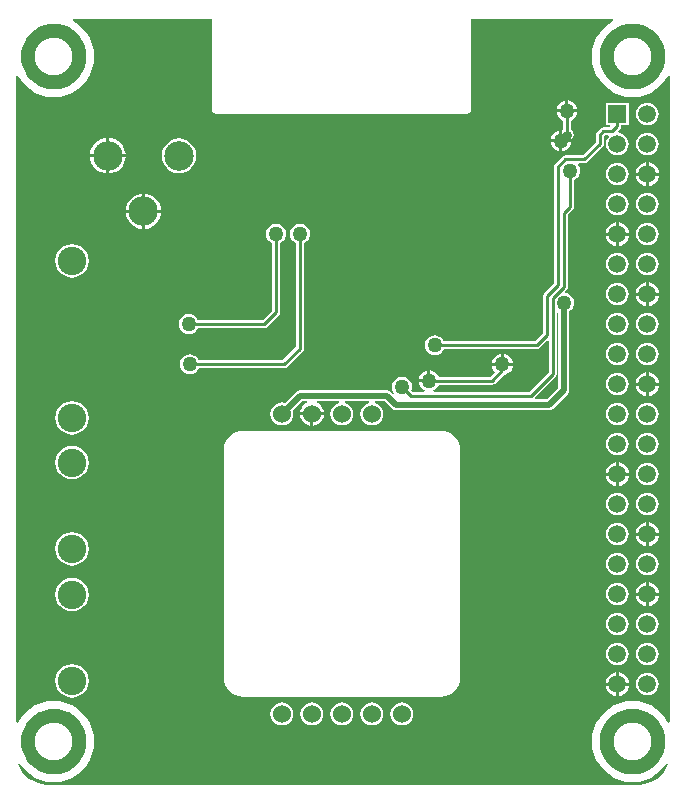
<source format=gbl>
G04 Layer_Physical_Order=2*
G04 Layer_Color=16711680*
%FSTAX25Y25*%
%MOIN*%
G70*
G01*
G75*
%ADD21C,0.01000*%
%ADD22C,0.02000*%
%ADD23C,0.03000*%
%ADD24C,0.09843*%
%ADD25C,0.06000*%
%ADD26C,0.09488*%
%ADD27R,0.05906X0.05906*%
%ADD28C,0.05906*%
%ADD29C,0.05000*%
G36*
X0117609Y0357837D02*
X011927Y0357438D01*
X0120849Y0356784D01*
X0122306Y0355891D01*
X0123605Y0354782D01*
X0124714Y0353483D01*
X0125607Y0352026D01*
X0126261Y0350447D01*
X012666Y0348786D01*
X0126794Y0347083D01*
X012666Y0345379D01*
X0126261Y0343718D01*
X0125607Y034214D01*
X0124714Y0340683D01*
X0123605Y0339384D01*
X0122306Y0338274D01*
X0120849Y0337381D01*
X011927Y0336727D01*
X0117609Y0336328D01*
X0115905Y0336194D01*
X0114202Y0336328D01*
X0112541Y0336727D01*
X0110962Y0337381D01*
X0109505Y0338274D01*
X0108206Y0339384D01*
X0107097Y0340683D01*
X0106204Y034214D01*
X010555Y0343718D01*
X0105151Y0345379D01*
X0105017Y0347083D01*
X0105151Y0348786D01*
X010555Y0350447D01*
X0106204Y0352026D01*
X0107097Y0353483D01*
X0108206Y0354782D01*
X0109505Y0355891D01*
X0110962Y0356784D01*
X0112541Y0357438D01*
X0114202Y0357837D01*
X0115905Y0357971D01*
X0117609Y0357837D01*
D02*
G37*
G36*
X030248Y0359037D02*
X0300856Y0358042D01*
X029924Y0356662D01*
X029786Y0355045D01*
X0296749Y0353233D01*
X0295935Y0351269D01*
X0295439Y0349202D01*
X0295272Y0347083D01*
X0295439Y0344964D01*
X0295935Y0342897D01*
X0296749Y0340933D01*
X029786Y033912D01*
X029924Y0337504D01*
X0300856Y0336123D01*
X0302669Y0335013D01*
X0304633Y0334199D01*
X03067Y0333703D01*
X0308819Y0333536D01*
X0310938Y0333703D01*
X0313005Y0334199D01*
X0314969Y0335013D01*
X0316781Y0336123D01*
X0318398Y0337504D01*
X0319778Y033912D01*
X0320773Y0340743D01*
X0321273Y0340602D01*
Y0125216D01*
X0320773Y0125075D01*
X0319778Y0126699D01*
X0318398Y0128315D01*
X0316781Y0129696D01*
X0314969Y0130806D01*
X0313005Y013162D01*
X0310938Y0132116D01*
X0308819Y0132283D01*
X03067Y0132116D01*
X0304633Y013162D01*
X0302669Y0130806D01*
X0300856Y0129696D01*
X029924Y0128315D01*
X029786Y0126699D01*
X0296749Y0124886D01*
X0295935Y0122922D01*
X0295439Y0120855D01*
X0295272Y0118736D01*
X0295439Y0116617D01*
X0295935Y011455D01*
X0296749Y0112586D01*
X029786Y0110774D01*
X029924Y0109157D01*
X0300856Y0107777D01*
X0302669Y0106666D01*
X0304633Y0105853D01*
X03067Y0105357D01*
X0308819Y010519D01*
X0310938Y0105357D01*
X0313005Y0105853D01*
X0314969Y0106666D01*
X0316781Y0107777D01*
X0318398Y0109157D01*
X0319778Y0110774D01*
X0320159Y0111396D01*
X0320606Y0111168D01*
X0320137Y0110035D01*
X0319277Y0108631D01*
X0318207Y0107379D01*
X0316955Y010631D01*
X0315551Y0105449D01*
X031403Y0104819D01*
X0312429Y0104435D01*
X0311279Y0104344D01*
X0310787Y0104314D01*
X0310787Y0104314D01*
X0310295Y0104314D01*
X0114435D01*
X0114429Y0104314D01*
X0113937Y0104314D01*
X011345Y0104344D01*
X0112295Y0104435D01*
X0110694Y0104819D01*
X0109173Y0105449D01*
X0107769Y010631D01*
X0106517Y0107379D01*
X0105448Y0108631D01*
X0104587Y0110035D01*
X0104118Y0111168D01*
X0104565Y0111396D01*
X0104946Y0110774D01*
X0106327Y0109157D01*
X0107943Y0107777D01*
X0109756Y0106666D01*
X0111719Y0105853D01*
X0113786Y0105357D01*
X0115905Y010519D01*
X0118025Y0105357D01*
X0120092Y0105853D01*
X0122055Y0106666D01*
X0123868Y0107777D01*
X0125484Y0109157D01*
X0126865Y0110774D01*
X0127975Y0112586D01*
X0128789Y011455D01*
X0129285Y0116617D01*
X0129452Y0118736D01*
X0129285Y0120855D01*
X0128789Y0122922D01*
X0127975Y0124886D01*
X0126865Y0126699D01*
X0125484Y0128315D01*
X0123868Y0129696D01*
X0122055Y0130806D01*
X0120092Y013162D01*
X0118025Y0132116D01*
X0115905Y0132283D01*
X0113786Y0132116D01*
X0111719Y013162D01*
X0109756Y0130806D01*
X0107943Y0129696D01*
X0106327Y0128315D01*
X0104946Y0126699D01*
X0103952Y0125075D01*
X0103452Y0125216D01*
Y0340602D01*
X0103952Y0340743D01*
X0104946Y033912D01*
X0106327Y0337504D01*
X0107943Y0336123D01*
X0109756Y0335013D01*
X0111719Y0334199D01*
X0113786Y0333703D01*
X0115905Y0333536D01*
X0118025Y0333703D01*
X0120092Y0334199D01*
X0122055Y0335013D01*
X0123868Y0336123D01*
X0125484Y0337504D01*
X0126865Y033912D01*
X0127975Y0340933D01*
X0128789Y0342897D01*
X0129285Y0344964D01*
X0129452Y0347083D01*
X0129285Y0349202D01*
X0128789Y0351269D01*
X0127975Y0353233D01*
X0126865Y0355045D01*
X0125484Y0356662D01*
X0123868Y0358042D01*
X0122245Y0359037D01*
X0122386Y0359537D01*
X0168714D01*
Y0329366D01*
X0168815Y0328859D01*
X0169102Y0328429D01*
X0169532Y0328142D01*
X0170039Y0328041D01*
X0253701D01*
X0254208Y0328142D01*
X0254638Y0328429D01*
X0254925Y0328859D01*
X0255026Y0329366D01*
Y0359537D01*
X0302339D01*
X030248Y0359037D01*
D02*
G37*
G36*
X0310522Y0357837D02*
X0312184Y0357438D01*
X0313762Y0356784D01*
X0315219Y0355891D01*
X0316518Y0354782D01*
X0317628Y0353483D01*
X031852Y0352026D01*
X0319174Y0350447D01*
X0319573Y0348786D01*
X0319707Y0347083D01*
X0319573Y0345379D01*
X0319174Y0343718D01*
X031852Y034214D01*
X0317628Y0340683D01*
X0316518Y0339384D01*
X0315219Y0338274D01*
X0313762Y0337381D01*
X0312184Y0336727D01*
X0310522Y0336328D01*
X0308819Y0336194D01*
X0307116Y0336328D01*
X0305454Y0336727D01*
X0303876Y0337381D01*
X0302419Y0338274D01*
X030112Y0339384D01*
X030001Y0340683D01*
X0299117Y034214D01*
X0298464Y0343718D01*
X0298065Y0345379D01*
X0297931Y0347083D01*
X0298065Y0348786D01*
X0298464Y0350447D01*
X0299117Y0352026D01*
X030001Y0353483D01*
X030112Y0354782D01*
X0302419Y0355891D01*
X0303876Y0356784D01*
X0305454Y0357438D01*
X0307116Y0357837D01*
X0308819Y0357971D01*
X0310522Y0357837D01*
D02*
G37*
G36*
X0117609Y012949D02*
X011927Y0129092D01*
X0120849Y0128438D01*
X0122306Y0127545D01*
X0123605Y0126435D01*
X0124714Y0125136D01*
X0125607Y0123679D01*
X0126261Y0122101D01*
X012666Y012044D01*
X0126794Y0118736D01*
X012666Y0117033D01*
X0126261Y0115372D01*
X0125607Y0113793D01*
X0124714Y0112336D01*
X0123605Y0111037D01*
X0122306Y0109927D01*
X0120849Y0109035D01*
X011927Y0108381D01*
X0117609Y0107982D01*
X0115905Y0107848D01*
X0114202Y0107982D01*
X0112541Y0108381D01*
X0110962Y0109035D01*
X0109505Y0109927D01*
X0108206Y0111037D01*
X0107097Y0112336D01*
X0106204Y0113793D01*
X010555Y0115372D01*
X0105151Y0117033D01*
X0105017Y0118736D01*
X0105151Y012044D01*
X010555Y0122101D01*
X0106204Y0123679D01*
X0107097Y0125136D01*
X0108206Y0126435D01*
X0109505Y0127545D01*
X0110962Y0128438D01*
X0112541Y0129092D01*
X0114202Y012949D01*
X0115905Y0129624D01*
X0117609Y012949D01*
D02*
G37*
G36*
X0310522D02*
X0312184Y0129092D01*
X0313762Y0128438D01*
X0315219Y0127545D01*
X0316518Y0126435D01*
X0317628Y0125136D01*
X031852Y0123679D01*
X0319174Y0122101D01*
X0319573Y012044D01*
X0319707Y0118736D01*
X0319573Y0117033D01*
X0319174Y0115372D01*
X031852Y0113793D01*
X0317628Y0112336D01*
X0316518Y0111037D01*
X0315219Y0109927D01*
X0313762Y0109035D01*
X0312184Y0108381D01*
X0310522Y0107982D01*
X0308819Y0107848D01*
X0307116Y0107982D01*
X0305454Y0108381D01*
X0303876Y0109035D01*
X0302419Y0109927D01*
X030112Y0111037D01*
X030001Y0112336D01*
X0299117Y0113793D01*
X0298464Y0115372D01*
X0298065Y0117033D01*
X0297931Y0118736D01*
X0298065Y012044D01*
X0298464Y0122101D01*
X0299117Y0123679D01*
X030001Y0125136D01*
X030112Y0126435D01*
X0302419Y0127545D01*
X0303876Y0128438D01*
X0305454Y0129092D01*
X0307116Y012949D01*
X0308819Y0129624D01*
X0310522Y012949D01*
D02*
G37*
%LPC*%
G36*
X0115905Y0353326D02*
X0114688Y0353206D01*
X0113516Y0352851D01*
X0112437Y0352274D01*
X0111491Y0351497D01*
X0110714Y0350551D01*
X0110137Y0349472D01*
X0109782Y0348301D01*
X0109662Y0347083D01*
X0109782Y0345865D01*
X0110137Y0344693D01*
X0110714Y0343614D01*
X0111491Y0342668D01*
X0112437Y0341891D01*
X0113516Y0341315D01*
X0114688Y0340959D01*
X0115905Y0340839D01*
X0117124Y0340959D01*
X0118295Y0341315D01*
X0119374Y0341891D01*
X012032Y0342668D01*
X0121097Y0343614D01*
X0121674Y0344693D01*
X0122029Y0345865D01*
X0122149Y0347083D01*
X0122029Y0348301D01*
X0121674Y0349472D01*
X0121097Y0350551D01*
X012032Y0351497D01*
X0119374Y0352274D01*
X0118295Y0352851D01*
X0117124Y0353206D01*
X0115905Y0353326D01*
D02*
G37*
G36*
X0303319Y0207409D02*
X0299898D01*
X0299968Y0206878D01*
X0300366Y0205916D01*
X0301Y020509D01*
X0301825Y0204457D01*
X0302787Y0204058D01*
X0303319Y0203988D01*
Y0207409D01*
D02*
G37*
G36*
X0303819Y0201695D02*
X0302839Y0201566D01*
X0301926Y0201187D01*
X0301142Y0200586D01*
X0300541Y0199802D01*
X0300163Y0198889D01*
X0300034Y0197909D01*
X0300163Y019693D01*
X0300541Y0196017D01*
X0301142Y0195233D01*
X0301926Y0194631D01*
X0302839Y0194253D01*
X0303819Y0194124D01*
X0304799Y0194253D01*
X0305712Y0194631D01*
X0306495Y0195233D01*
X0307097Y0196017D01*
X0307475Y019693D01*
X0307604Y0197909D01*
X0307475Y0198889D01*
X0307097Y0199802D01*
X0306495Y0200586D01*
X0305712Y0201187D01*
X0304799Y0201566D01*
X0303819Y0201695D01*
D02*
G37*
G36*
X0313819D02*
X0312839Y0201566D01*
X0311926Y0201187D01*
X0311142Y0200586D01*
X0310541Y0199802D01*
X0310163Y0198889D01*
X0310034Y0197909D01*
X0310163Y019693D01*
X0310541Y0196017D01*
X0311142Y0195233D01*
X0311926Y0194631D01*
X0312839Y0194253D01*
X0313819Y0194124D01*
X0314799Y0194253D01*
X0315711Y0194631D01*
X0316495Y0195233D01*
X0317097Y0196017D01*
X0317475Y019693D01*
X0317604Y0197909D01*
X0317475Y0198889D01*
X0317097Y0199802D01*
X0316495Y0200586D01*
X0315711Y0201187D01*
X0314799Y0201566D01*
X0313819Y0201695D01*
D02*
G37*
G36*
X0122Y0217332D02*
X0120553Y0217141D01*
X0119204Y0216583D01*
X0118046Y0215694D01*
X0117157Y0214536D01*
X0116599Y0213187D01*
X0116408Y021174D01*
X0116599Y0210293D01*
X0117157Y0208944D01*
X0118046Y0207786D01*
X0119204Y0206897D01*
X0120553Y0206339D01*
X0122Y0206148D01*
X0123447Y0206339D01*
X0124796Y0206897D01*
X0125954Y0207786D01*
X0126843Y0208944D01*
X0127401Y0210293D01*
X0127592Y021174D01*
X0127401Y0213187D01*
X0126843Y0214536D01*
X0125954Y0215694D01*
X0124796Y0216583D01*
X0123447Y0217141D01*
X0122Y0217332D01*
D02*
G37*
G36*
X0313819Y0211695D02*
X0312839Y0211566D01*
X0311926Y0211188D01*
X0311142Y0210586D01*
X0310541Y0209802D01*
X0310163Y0208889D01*
X0310034Y0207909D01*
X0310163Y020693D01*
X0310541Y0206017D01*
X0311142Y0205233D01*
X0311926Y0204631D01*
X0312839Y0204253D01*
X0313819Y0204124D01*
X0314799Y0204253D01*
X0315711Y0204631D01*
X0316495Y0205233D01*
X0317097Y0206017D01*
X0317475Y020693D01*
X0317604Y0207909D01*
X0317475Y0208889D01*
X0317097Y0209802D01*
X0316495Y0210586D01*
X0315711Y0211188D01*
X0314799Y0211566D01*
X0313819Y0211695D01*
D02*
G37*
G36*
X030774Y0207409D02*
X0304319D01*
Y0203988D01*
X0304851Y0204058D01*
X0305812Y0204457D01*
X0306638Y020509D01*
X0307272Y0205916D01*
X030767Y0206878D01*
X030774Y0207409D01*
D02*
G37*
G36*
X031774Y0187409D02*
X0314319D01*
Y0183988D01*
X0314851Y0184058D01*
X0315812Y0184457D01*
X0316638Y018509D01*
X0317272Y0185916D01*
X031767Y0186878D01*
X031774Y0187409D01*
D02*
G37*
G36*
X0313319D02*
X0309898D01*
X0309968Y0186878D01*
X0310366Y0185916D01*
X0311Y018509D01*
X0311825Y0184457D01*
X0312787Y0184058D01*
X0313319Y0183988D01*
Y0187409D01*
D02*
G37*
G36*
X0122Y0188592D02*
X0120553Y0188401D01*
X0119204Y0187843D01*
X0118046Y0186954D01*
X0117157Y0185796D01*
X0116599Y0184447D01*
X0116408Y0183D01*
X0116599Y0181553D01*
X0117157Y0180204D01*
X0118046Y0179046D01*
X0119204Y0178157D01*
X0120553Y0177599D01*
X0122Y0177408D01*
X0123447Y0177599D01*
X0124796Y0178157D01*
X0125954Y0179046D01*
X0126843Y0180204D01*
X0127401Y0181553D01*
X0127592Y0183D01*
X0127401Y0184447D01*
X0126843Y0185796D01*
X0125954Y0186954D01*
X0124796Y0187843D01*
X0123447Y0188401D01*
X0122Y0188592D01*
D02*
G37*
G36*
X0314319Y0191831D02*
Y0188409D01*
X031774D01*
X031767Y0188941D01*
X0317272Y0189903D01*
X0316638Y0190729D01*
X0315812Y0191362D01*
X0314851Y019176D01*
X0314319Y0191831D01*
D02*
G37*
G36*
X0313319D02*
X0312787Y019176D01*
X0311825Y0191362D01*
X0311Y0190729D01*
X0310366Y0189903D01*
X0309968Y0188941D01*
X0309898Y0188409D01*
X0313319D01*
Y0191831D01*
D02*
G37*
G36*
X0303819Y0191695D02*
X0302839Y0191566D01*
X0301926Y0191188D01*
X0301142Y0190586D01*
X0300541Y0189802D01*
X0300163Y0188889D01*
X0300034Y0187909D01*
X0300163Y018693D01*
X0300541Y0186017D01*
X0301142Y0185233D01*
X0301926Y0184631D01*
X0302839Y0184253D01*
X0303819Y0184124D01*
X0304799Y0184253D01*
X0305712Y0184631D01*
X0306495Y0185233D01*
X0307097Y0186017D01*
X0307475Y018693D01*
X0307604Y0187909D01*
X0307475Y0188889D01*
X0307097Y0189802D01*
X0306495Y0190586D01*
X0305712Y0191188D01*
X0304799Y0191566D01*
X0303819Y0191695D01*
D02*
G37*
G36*
Y0231695D02*
X0302839Y0231566D01*
X0301926Y0231188D01*
X0301142Y0230586D01*
X0300541Y0229802D01*
X0300163Y0228889D01*
X0300034Y0227909D01*
X0300163Y022693D01*
X0300541Y0226017D01*
X0301142Y0225233D01*
X0301926Y0224631D01*
X0302839Y0224253D01*
X0303819Y0224124D01*
X0304799Y0224253D01*
X0305712Y0224631D01*
X0306495Y0225233D01*
X0307097Y0226017D01*
X0307475Y022693D01*
X0307604Y0227909D01*
X0307475Y0228889D01*
X0307097Y0229802D01*
X0306495Y0230586D01*
X0305712Y0231188D01*
X0304799Y0231566D01*
X0303819Y0231695D01*
D02*
G37*
G36*
X0205969Y02275D02*
X02025D01*
Y0224031D01*
X0203044Y0224103D01*
X0204017Y0224506D01*
X0204853Y0225147D01*
X0205494Y0225983D01*
X0205897Y0226956D01*
X0205969Y02275D01*
D02*
G37*
G36*
X02015D02*
X0198031D01*
X0198103Y0226956D01*
X0198506Y0225983D01*
X0199147Y0225147D01*
X0199983Y0224506D01*
X0200956Y0224103D01*
X02015Y0224031D01*
Y02275D01*
D02*
G37*
G36*
X031774Y0237409D02*
X0314319D01*
Y0233988D01*
X0314851Y0234058D01*
X0315812Y0234457D01*
X0316638Y023509D01*
X0317272Y0235916D01*
X031767Y0236878D01*
X031774Y0237409D01*
D02*
G37*
G36*
X0313319D02*
X0309898D01*
X0309968Y0236878D01*
X0310366Y0235916D01*
X0311Y023509D01*
X0311825Y0234457D01*
X0312787Y0234058D01*
X0313319Y0233988D01*
Y0237409D01*
D02*
G37*
G36*
X0313819Y0231695D02*
X0312839Y0231566D01*
X0311926Y0231188D01*
X0311142Y0230586D01*
X0310541Y0229802D01*
X0310163Y0228889D01*
X0310034Y0227909D01*
X0310163Y022693D01*
X0310541Y0226017D01*
X0311142Y0225233D01*
X0311926Y0224631D01*
X0312839Y0224253D01*
X0313819Y0224124D01*
X0314799Y0224253D01*
X0315711Y0224631D01*
X0316495Y0225233D01*
X0317097Y0226017D01*
X0317475Y022693D01*
X0317604Y0227909D01*
X0317475Y0228889D01*
X0317097Y0229802D01*
X0316495Y0230586D01*
X0315711Y0231188D01*
X0314799Y0231566D01*
X0313819Y0231695D01*
D02*
G37*
G36*
X0303819Y0221695D02*
X0302839Y0221566D01*
X0301926Y0221187D01*
X0301142Y0220586D01*
X0300541Y0219802D01*
X0300163Y0218889D01*
X0300034Y0217909D01*
X0300163Y021693D01*
X0300541Y0216017D01*
X0301142Y0215233D01*
X0301926Y0214631D01*
X0302839Y0214253D01*
X0303819Y0214124D01*
X0304799Y0214253D01*
X0305712Y0214631D01*
X0306495Y0215233D01*
X0307097Y0216017D01*
X0307475Y021693D01*
X0307604Y0217909D01*
X0307475Y0218889D01*
X0307097Y0219802D01*
X0306495Y0220586D01*
X0305712Y0221187D01*
X0304799Y0221566D01*
X0303819Y0221695D01*
D02*
G37*
G36*
X0304319Y021183D02*
Y0208409D01*
X030774D01*
X030767Y0208941D01*
X0307272Y0209903D01*
X0306638Y0210729D01*
X0305812Y0211362D01*
X0304851Y021176D01*
X0304319Y021183D01*
D02*
G37*
G36*
X0303319D02*
X0302787Y021176D01*
X0301825Y0211362D01*
X0301Y0210729D01*
X0300366Y0209903D01*
X0299968Y0208941D01*
X0299898Y0208409D01*
X0303319D01*
Y021183D01*
D02*
G37*
G36*
X0245Y022233D02*
Y0222325D01*
X0179D01*
Y022233D01*
X0177765Y0222209D01*
X0176577Y0221849D01*
X0175483Y0221264D01*
X0174524Y0220476D01*
X0173736Y0219517D01*
X0173151Y0218423D01*
X0172791Y0217235D01*
X0172669Y0216D01*
X0172675D01*
X0172675Y0216D01*
Y014D01*
X0172669D01*
X0172791Y0138765D01*
X0173151Y0137577D01*
X0173736Y0136483D01*
X0174524Y0135524D01*
X0175483Y0134736D01*
X0176577Y0134151D01*
X0177765Y0133791D01*
X0179Y0133669D01*
X0179Y0133675D01*
X0245D01*
X0245Y0133675D01*
Y0133669D01*
X0246235Y0133791D01*
X0247423Y0134151D01*
X0248517Y0134736D01*
X0249476Y0135524D01*
X0250264Y0136483D01*
X0250849Y0137577D01*
X0251209Y0138765D01*
X025133Y014D01*
X0251325D01*
Y0216D01*
X025133D01*
X0251209Y0217235D01*
X0250849Y0218423D01*
X0250264Y0219517D01*
X0249476Y0220476D01*
X0248517Y0221264D01*
X0247423Y0221849D01*
X0246235Y0222209D01*
X0245Y022233D01*
D02*
G37*
G36*
X0122Y023223D02*
X0120553Y0232039D01*
X0119204Y0231481D01*
X0118046Y0230592D01*
X0117157Y0229434D01*
X0116599Y0228085D01*
X0116408Y0226638D01*
X0116599Y0225191D01*
X0117157Y0223842D01*
X0118046Y0222684D01*
X0119204Y0221795D01*
X0120553Y0221237D01*
X0122Y0221046D01*
X0123447Y0221237D01*
X0124796Y0221795D01*
X0125954Y0222684D01*
X0126843Y0223842D01*
X0127401Y0225191D01*
X0127592Y0226638D01*
X0127401Y0228085D01*
X0126843Y0229434D01*
X0125954Y0230592D01*
X0124796Y0231481D01*
X0123447Y0232039D01*
X0122Y023223D01*
D02*
G37*
G36*
X0313819Y0221695D02*
X0312839Y0221566D01*
X0311926Y0221187D01*
X0311142Y0220586D01*
X0310541Y0219802D01*
X0310163Y0218889D01*
X0310034Y0217909D01*
X0310163Y021693D01*
X0310541Y0216017D01*
X0311142Y0215233D01*
X0311926Y0214631D01*
X0312839Y0214253D01*
X0313819Y0214124D01*
X0314799Y0214253D01*
X0315711Y0214631D01*
X0316495Y0215233D01*
X0317097Y0216017D01*
X0317475Y021693D01*
X0317604Y0217909D01*
X0317475Y0218889D01*
X0317097Y0219802D01*
X0316495Y0220586D01*
X0315711Y0221187D01*
X0314799Y0221566D01*
X0313819Y0221695D01*
D02*
G37*
G36*
Y0181695D02*
X0312839Y0181566D01*
X0311926Y0181187D01*
X0311142Y0180586D01*
X0310541Y0179802D01*
X0310163Y0178889D01*
X0310034Y0177909D01*
X0310163Y017693D01*
X0310541Y0176017D01*
X0311142Y0175233D01*
X0311926Y0174631D01*
X0312839Y0174253D01*
X0313819Y0174124D01*
X0314799Y0174253D01*
X0315711Y0174631D01*
X0316495Y0175233D01*
X0317097Y0176017D01*
X0317475Y017693D01*
X0317604Y0177909D01*
X0317475Y0178889D01*
X0317097Y0179802D01*
X0316495Y0180586D01*
X0315711Y0181187D01*
X0314799Y0181566D01*
X0313819Y0181695D01*
D02*
G37*
G36*
X0303319Y0137409D02*
X0299898D01*
X0299968Y0136878D01*
X0300366Y0135916D01*
X0301Y013509D01*
X0301825Y0134457D01*
X0302787Y0134058D01*
X0303319Y0133988D01*
Y0137409D01*
D02*
G37*
G36*
X0122Y0144592D02*
X0120553Y0144401D01*
X0119204Y0143843D01*
X0118046Y0142954D01*
X0117157Y0141796D01*
X0116599Y0140447D01*
X0116408Y0139D01*
X0116599Y0137553D01*
X0117157Y0136204D01*
X0118046Y0135046D01*
X0119204Y0134157D01*
X0120553Y0133599D01*
X0122Y0133408D01*
X0123447Y0133599D01*
X0124796Y0134157D01*
X0125954Y0135046D01*
X0126843Y0136204D01*
X0127401Y0137553D01*
X0127592Y0139D01*
X0127401Y0140447D01*
X0126843Y0141796D01*
X0125954Y0142954D01*
X0124796Y0143843D01*
X0123447Y0144401D01*
X0122Y0144592D01*
D02*
G37*
G36*
X0232Y0131833D02*
X0231008Y0131702D01*
X0230084Y0131319D01*
X022929Y013071D01*
X0228681Y0129916D01*
X0228298Y0128992D01*
X0228167Y0128D01*
X0228298Y0127008D01*
X0228681Y0126084D01*
X022929Y012529D01*
X0230084Y0124681D01*
X0231008Y0124298D01*
X0232Y0124167D01*
X0232992Y0124298D01*
X0233916Y0124681D01*
X023471Y012529D01*
X0235319Y0126084D01*
X0235702Y0127008D01*
X0235833Y0128D01*
X0235702Y0128992D01*
X0235319Y0129916D01*
X023471Y013071D01*
X0233916Y0131319D01*
X0232992Y0131702D01*
X0232Y0131833D01*
D02*
G37*
G36*
X0303319Y0141831D02*
X0302787Y014176D01*
X0301825Y0141362D01*
X0301Y0140729D01*
X0300366Y0139903D01*
X0299968Y0138941D01*
X0299898Y0138409D01*
X0303319D01*
Y0141831D01*
D02*
G37*
G36*
X0313819Y0141695D02*
X0312839Y0141566D01*
X0311926Y0141188D01*
X0311142Y0140586D01*
X0310541Y0139802D01*
X0310163Y0138889D01*
X0310034Y0137909D01*
X0310163Y013693D01*
X0310541Y0136017D01*
X0311142Y0135233D01*
X0311926Y0134631D01*
X0312839Y0134253D01*
X0313819Y0134124D01*
X0314799Y0134253D01*
X0315711Y0134631D01*
X0316495Y0135233D01*
X0317097Y0136017D01*
X0317475Y013693D01*
X0317604Y0137909D01*
X0317475Y0138889D01*
X0317097Y0139802D01*
X0316495Y0140586D01*
X0315711Y0141188D01*
X0314799Y0141566D01*
X0313819Y0141695D01*
D02*
G37*
G36*
X030774Y0137409D02*
X0304319D01*
Y0133988D01*
X0304851Y0134058D01*
X0305812Y0134457D01*
X0306638Y013509D01*
X0307272Y0135916D01*
X030767Y0136878D01*
X030774Y0137409D01*
D02*
G37*
G36*
X0192Y0131833D02*
X0191008Y0131702D01*
X0190084Y0131319D01*
X018929Y013071D01*
X0188681Y0129916D01*
X0188298Y0128992D01*
X0188167Y0128D01*
X0188298Y0127008D01*
X0188681Y0126084D01*
X018929Y012529D01*
X0190084Y0124681D01*
X0191008Y0124298D01*
X0192Y0124167D01*
X0192992Y0124298D01*
X0193916Y0124681D01*
X019471Y012529D01*
X0195319Y0126084D01*
X0195702Y0127008D01*
X0195833Y0128D01*
X0195702Y0128992D01*
X0195319Y0129916D01*
X019471Y013071D01*
X0193916Y0131319D01*
X0192992Y0131702D01*
X0192Y0131833D01*
D02*
G37*
G36*
X0222D02*
X0221008Y0131702D01*
X0220084Y0131319D01*
X021929Y013071D01*
X0218681Y0129916D01*
X0218298Y0128992D01*
X0218167Y0128D01*
X0218298Y0127008D01*
X0218681Y0126084D01*
X021929Y012529D01*
X0220084Y0124681D01*
X0221008Y0124298D01*
X0222Y0124167D01*
X0222992Y0124298D01*
X0223916Y0124681D01*
X022471Y012529D01*
X0225319Y0126084D01*
X0225702Y0127008D01*
X0225833Y0128D01*
X0225702Y0128992D01*
X0225319Y0129916D01*
X022471Y013071D01*
X0223916Y0131319D01*
X0222992Y0131702D01*
X0222Y0131833D01*
D02*
G37*
G36*
X0212D02*
X0211008Y0131702D01*
X0210084Y0131319D01*
X020929Y013071D01*
X0208681Y0129916D01*
X0208298Y0128992D01*
X0208167Y0128D01*
X0208298Y0127008D01*
X0208681Y0126084D01*
X020929Y012529D01*
X0210084Y0124681D01*
X0211008Y0124298D01*
X0212Y0124167D01*
X0212992Y0124298D01*
X0213916Y0124681D01*
X021471Y012529D01*
X0215319Y0126084D01*
X0215702Y0127008D01*
X0215833Y0128D01*
X0215702Y0128992D01*
X0215319Y0129916D01*
X021471Y013071D01*
X0213916Y0131319D01*
X0212992Y0131702D01*
X0212Y0131833D01*
D02*
G37*
G36*
X0202D02*
X0201008Y0131702D01*
X0200084Y0131319D01*
X019929Y013071D01*
X0198681Y0129916D01*
X0198298Y0128992D01*
X0198167Y0128D01*
X0198298Y0127008D01*
X0198681Y0126084D01*
X019929Y012529D01*
X0200084Y0124681D01*
X0201008Y0124298D01*
X0202Y0124167D01*
X0202992Y0124298D01*
X0203916Y0124681D01*
X020471Y012529D01*
X0205319Y0126084D01*
X0205702Y0127008D01*
X0205833Y0128D01*
X0205702Y0128992D01*
X0205319Y0129916D01*
X020471Y013071D01*
X0203916Y0131319D01*
X0202992Y0131702D01*
X0202Y0131833D01*
D02*
G37*
G36*
X0303819Y0171695D02*
X0302839Y0171566D01*
X0301926Y0171187D01*
X0301142Y0170586D01*
X0300541Y0169802D01*
X0300163Y0168889D01*
X0300034Y0167909D01*
X0300163Y016693D01*
X0300541Y0166017D01*
X0301142Y0165233D01*
X0301926Y0164631D01*
X0302839Y0164253D01*
X0303819Y0164124D01*
X0304799Y0164253D01*
X0305712Y0164631D01*
X0306495Y0165233D01*
X0307097Y0166017D01*
X0307475Y016693D01*
X0307604Y0167909D01*
X0307475Y0168889D01*
X0307097Y0169802D01*
X0306495Y0170586D01*
X0305712Y0171187D01*
X0304799Y0171566D01*
X0303819Y0171695D01*
D02*
G37*
G36*
X031774Y0167409D02*
X0314319D01*
Y0163988D01*
X0314851Y0164058D01*
X0315812Y0164457D01*
X0316638Y016509D01*
X0317272Y0165916D01*
X031767Y0166878D01*
X031774Y0167409D01*
D02*
G37*
G36*
X0313319D02*
X0309898D01*
X0309968Y0166878D01*
X0310366Y0165916D01*
X0311Y016509D01*
X0311825Y0164457D01*
X0312787Y0164058D01*
X0313319Y0163988D01*
Y0167409D01*
D02*
G37*
G36*
X0303819Y0181695D02*
X0302839Y0181566D01*
X0301926Y0181187D01*
X0301142Y0180586D01*
X0300541Y0179802D01*
X0300163Y0178889D01*
X0300034Y0177909D01*
X0300163Y017693D01*
X0300541Y0176017D01*
X0301142Y0175233D01*
X0301926Y0174631D01*
X0302839Y0174253D01*
X0303819Y0174124D01*
X0304799Y0174253D01*
X0305712Y0174631D01*
X0306495Y0175233D01*
X0307097Y0176017D01*
X0307475Y017693D01*
X0307604Y0177909D01*
X0307475Y0178889D01*
X0307097Y0179802D01*
X0306495Y0180586D01*
X0305712Y0181187D01*
X0304799Y0181566D01*
X0303819Y0181695D01*
D02*
G37*
G36*
X0314319Y017183D02*
Y0168409D01*
X031774D01*
X031767Y0168941D01*
X0317272Y0169903D01*
X0316638Y0170729D01*
X0315812Y0171362D01*
X0314851Y017176D01*
X0314319Y017183D01*
D02*
G37*
G36*
X0313319D02*
X0312787Y017176D01*
X0311825Y0171362D01*
X0311Y0170729D01*
X0310366Y0169903D01*
X0309968Y0168941D01*
X0309898Y0168409D01*
X0313319D01*
Y017183D01*
D02*
G37*
G36*
X0313819Y0151695D02*
X0312839Y0151566D01*
X0311926Y0151188D01*
X0311142Y0150586D01*
X0310541Y0149802D01*
X0310163Y0148889D01*
X0310034Y0147909D01*
X0310163Y014693D01*
X0310541Y0146017D01*
X0311142Y0145233D01*
X0311926Y0144631D01*
X0312839Y0144253D01*
X0313819Y0144124D01*
X0314799Y0144253D01*
X0315711Y0144631D01*
X0316495Y0145233D01*
X0317097Y0146017D01*
X0317475Y014693D01*
X0317604Y0147909D01*
X0317475Y0148889D01*
X0317097Y0149802D01*
X0316495Y0150586D01*
X0315711Y0151188D01*
X0314799Y0151566D01*
X0313819Y0151695D01*
D02*
G37*
G36*
X0303819D02*
X0302839Y0151566D01*
X0301926Y0151188D01*
X0301142Y0150586D01*
X0300541Y0149802D01*
X0300163Y0148889D01*
X0300034Y0147909D01*
X0300163Y014693D01*
X0300541Y0146017D01*
X0301142Y0145233D01*
X0301926Y0144631D01*
X0302839Y0144253D01*
X0303819Y0144124D01*
X0304799Y0144253D01*
X0305712Y0144631D01*
X0306495Y0145233D01*
X0307097Y0146017D01*
X0307475Y014693D01*
X0307604Y0147909D01*
X0307475Y0148889D01*
X0307097Y0149802D01*
X0306495Y0150586D01*
X0305712Y0151188D01*
X0304799Y0151566D01*
X0303819Y0151695D01*
D02*
G37*
G36*
X0304319Y0141831D02*
Y0138409D01*
X030774D01*
X030767Y0138941D01*
X0307272Y0139903D01*
X0306638Y0140729D01*
X0305812Y0141362D01*
X0304851Y014176D01*
X0304319Y0141831D01*
D02*
G37*
G36*
X0122Y0173332D02*
X0120553Y0173141D01*
X0119204Y0172583D01*
X0118046Y0171694D01*
X0117157Y0170536D01*
X0116599Y0169187D01*
X0116408Y016774D01*
X0116599Y0166293D01*
X0117157Y0164944D01*
X0118046Y0163786D01*
X0119204Y0162897D01*
X0120553Y0162339D01*
X0122Y0162148D01*
X0123447Y0162339D01*
X0124796Y0162897D01*
X0125954Y0163786D01*
X0126843Y0164944D01*
X0127401Y0166293D01*
X0127592Y016774D01*
X0127401Y0169187D01*
X0126843Y0170536D01*
X0125954Y0171694D01*
X0124796Y0172583D01*
X0123447Y0173141D01*
X0122Y0173332D01*
D02*
G37*
G36*
X0313819Y0161695D02*
X0312839Y0161566D01*
X0311926Y0161188D01*
X0311142Y0160586D01*
X0310541Y0159802D01*
X0310163Y0158889D01*
X0310034Y0157909D01*
X0310163Y015693D01*
X0310541Y0156017D01*
X0311142Y0155233D01*
X0311926Y0154631D01*
X0312839Y0154253D01*
X0313819Y0154124D01*
X0314799Y0154253D01*
X0315711Y0154631D01*
X0316495Y0155233D01*
X0317097Y0156017D01*
X0317475Y015693D01*
X0317604Y0157909D01*
X0317475Y0158889D01*
X0317097Y0159802D01*
X0316495Y0160586D01*
X0315711Y0161188D01*
X0314799Y0161566D01*
X0313819Y0161695D01*
D02*
G37*
G36*
X0303819D02*
X0302839Y0161566D01*
X0301926Y0161188D01*
X0301142Y0160586D01*
X0300541Y0159802D01*
X0300163Y0158889D01*
X0300034Y0157909D01*
X0300163Y015693D01*
X0300541Y0156017D01*
X0301142Y0155233D01*
X0301926Y0154631D01*
X0302839Y0154253D01*
X0303819Y0154124D01*
X0304799Y0154253D01*
X0305712Y0154631D01*
X0306495Y0155233D01*
X0307097Y0156017D01*
X0307475Y015693D01*
X0307604Y0157909D01*
X0307475Y0158889D01*
X0307097Y0159802D01*
X0306495Y0160586D01*
X0305712Y0161188D01*
X0304799Y0161566D01*
X0303819Y0161695D01*
D02*
G37*
G36*
Y0241695D02*
X0302839Y0241566D01*
X0301926Y0241188D01*
X0301142Y0240586D01*
X0300541Y0239802D01*
X0300163Y0238889D01*
X0300034Y0237909D01*
X0300163Y023693D01*
X0300541Y0236017D01*
X0301142Y0235233D01*
X0301926Y0234631D01*
X0302839Y0234253D01*
X0303819Y0234124D01*
X0304799Y0234253D01*
X0305712Y0234631D01*
X0306495Y0235233D01*
X0307097Y0236017D01*
X0307475Y023693D01*
X0307604Y0237909D01*
X0307475Y0238889D01*
X0307097Y0239802D01*
X0306495Y0240586D01*
X0305712Y0241188D01*
X0304799Y0241566D01*
X0303819Y0241695D01*
D02*
G37*
G36*
X0139901Y03135D02*
X01345D01*
Y0308099D01*
X0135161Y0308164D01*
X0136277Y0308503D01*
X0137306Y0309053D01*
X0138207Y0309793D01*
X0138947Y0310694D01*
X0139497Y0311723D01*
X0139836Y0312839D01*
X0139901Y03135D01*
D02*
G37*
G36*
X01335D02*
X0128099D01*
X0128164Y0312839D01*
X0128503Y0311723D01*
X0129053Y0310694D01*
X0129793Y0309793D01*
X0130694Y0309053D01*
X0131723Y0308503D01*
X0132839Y0308164D01*
X01335Y0308099D01*
Y03135D01*
D02*
G37*
G36*
X0303819Y0311695D02*
X0302839Y0311566D01*
X0301926Y0311188D01*
X0301142Y0310586D01*
X0300541Y0309802D01*
X0300163Y0308889D01*
X0300034Y0307909D01*
X0300163Y030693D01*
X0300541Y0306017D01*
X0301142Y0305233D01*
X0301926Y0304631D01*
X0302839Y0304253D01*
X0303819Y0304124D01*
X0304799Y0304253D01*
X0305712Y0304631D01*
X0306495Y0305233D01*
X0307097Y0306017D01*
X0307475Y030693D01*
X0307604Y0307909D01*
X0307475Y0308889D01*
X0307097Y0309802D01*
X0306495Y0310586D01*
X0305712Y0311188D01*
X0304799Y0311566D01*
X0303819Y0311695D01*
D02*
G37*
G36*
X0314319Y031183D02*
Y0308409D01*
X031774D01*
X031767Y0308941D01*
X0317272Y0309903D01*
X0316638Y0310729D01*
X0315812Y0311362D01*
X0314851Y031176D01*
X0314319Y031183D01*
D02*
G37*
G36*
X0313319D02*
X0312787Y031176D01*
X0311825Y0311362D01*
X0311Y0310729D01*
X0310366Y0309903D01*
X0309968Y0308941D01*
X0309898Y0308409D01*
X0313319D01*
Y031183D01*
D02*
G37*
G36*
X0157622Y0319771D02*
X0156129Y0319574D01*
X0154737Y0318998D01*
X0153542Y031808D01*
X0152624Y0316885D01*
X0152048Y0315494D01*
X0151851Y0314D01*
X0152048Y0312506D01*
X0152624Y0311115D01*
X0153542Y030992D01*
X0154737Y0309002D01*
X0156129Y0308426D01*
X0157622Y0308229D01*
X0159116Y0308426D01*
X0160507Y0309002D01*
X0161703Y030992D01*
X016262Y0311115D01*
X0163196Y0312506D01*
X0163393Y0314D01*
X0163196Y0315494D01*
X016262Y0316885D01*
X0161703Y031808D01*
X0160507Y0318998D01*
X0159116Y0319574D01*
X0157622Y0319771D01*
D02*
G37*
G36*
X031774Y0307409D02*
X0314319D01*
Y0303988D01*
X0314851Y0304058D01*
X0315812Y0304457D01*
X0316638Y030509D01*
X0317272Y0305916D01*
X031767Y0306878D01*
X031774Y0307409D01*
D02*
G37*
G36*
X0313819Y0301695D02*
X0312839Y0301566D01*
X0311926Y0301187D01*
X0311142Y0300586D01*
X0310541Y0299802D01*
X0310163Y0298889D01*
X0310034Y0297909D01*
X0310163Y029693D01*
X0310541Y0296017D01*
X0311142Y0295233D01*
X0311926Y0294631D01*
X0312839Y0294253D01*
X0313819Y0294124D01*
X0314799Y0294253D01*
X0315711Y0294631D01*
X0316495Y0295233D01*
X0317097Y0296017D01*
X0317475Y029693D01*
X0317604Y0297909D01*
X0317475Y0298889D01*
X0317097Y0299802D01*
X0316495Y0300586D01*
X0315711Y0301187D01*
X0314799Y0301566D01*
X0313819Y0301695D01*
D02*
G37*
G36*
X0303819D02*
X0302839Y0301566D01*
X0301926Y0301187D01*
X0301142Y0300586D01*
X0300541Y0299802D01*
X0300163Y0298889D01*
X0300034Y0297909D01*
X0300163Y029693D01*
X0300541Y0296017D01*
X0301142Y0295233D01*
X0301926Y0294631D01*
X0302839Y0294253D01*
X0303819Y0294124D01*
X0304799Y0294253D01*
X0305712Y0294631D01*
X0306495Y0295233D01*
X0307097Y0296017D01*
X0307475Y029693D01*
X0307604Y0297909D01*
X0307475Y0298889D01*
X0307097Y0299802D01*
X0306495Y0300586D01*
X0305712Y0301187D01*
X0304799Y0301566D01*
X0303819Y0301695D01*
D02*
G37*
G36*
X0151712Y0294996D02*
X0146311D01*
Y0289595D01*
X0146972Y0289661D01*
X0148088Y0289999D01*
X0149117Y0290549D01*
X0150018Y0291289D01*
X0150758Y0292191D01*
X0151308Y0293219D01*
X0151647Y0294335D01*
X0151712Y0294996D01*
D02*
G37*
G36*
X0313319Y0307409D02*
X0309898D01*
X0309968Y0306878D01*
X0310366Y0305916D01*
X0311Y030509D01*
X0311825Y0304457D01*
X0312787Y0304058D01*
X0313319Y0303988D01*
Y0307409D01*
D02*
G37*
G36*
X0146311Y0301397D02*
Y0295996D01*
X0151712D01*
X0151647Y0296657D01*
X0151308Y0297773D01*
X0150758Y0298802D01*
X0150018Y0299703D01*
X0149117Y0300443D01*
X0148088Y0300993D01*
X0146972Y0301332D01*
X0146311Y0301397D01*
D02*
G37*
G36*
X0145311D02*
X014465Y0301332D01*
X0143534Y0300993D01*
X0142505Y0300443D01*
X0141604Y0299703D01*
X0140864Y0298802D01*
X0140314Y0297773D01*
X0139975Y0296657D01*
X013991Y0295996D01*
X0145311D01*
Y0301397D01*
D02*
G37*
G36*
X02865Y0332464D02*
X0286086Y033241D01*
X0285235Y0332057D01*
X0284504Y0331496D01*
X0283943Y0330765D01*
X028359Y0329914D01*
X0283536Y03295D01*
X02865D01*
Y0332464D01*
D02*
G37*
G36*
X0313819Y0331695D02*
X0312839Y0331566D01*
X0311926Y0331188D01*
X0311142Y0330586D01*
X0310541Y0329802D01*
X0310163Y0328889D01*
X0310034Y0327909D01*
X0310163Y032693D01*
X0310541Y0326017D01*
X0311142Y0325233D01*
X0311926Y0324631D01*
X0312839Y0324253D01*
X0313819Y0324124D01*
X0314799Y0324253D01*
X0315711Y0324631D01*
X0316495Y0325233D01*
X0317097Y0326017D01*
X0317475Y032693D01*
X0317604Y0327909D01*
X0317475Y0328889D01*
X0317097Y0329802D01*
X0316495Y0330586D01*
X0315711Y0331188D01*
X0314799Y0331566D01*
X0313819Y0331695D01*
D02*
G37*
G36*
X0290464Y03285D02*
X0283536D01*
X028359Y0328086D01*
X0283943Y0327235D01*
X0284504Y0326504D01*
X0285235Y0325943D01*
X0285675Y0325761D01*
Y0322881D01*
X02855Y0322764D01*
Y03195D01*
X0288764D01*
X0289167Y0320103D01*
X0289345Y0321D01*
X0289167Y0321897D01*
X0288658Y0322658D01*
X0288326Y0322881D01*
Y0325761D01*
X0288765Y0325943D01*
X0289496Y0326504D01*
X0290057Y0327235D01*
X029041Y0328086D01*
X0290464Y03285D01*
D02*
G37*
G36*
X02875Y0332464D02*
Y03295D01*
X0290464D01*
X029041Y0329914D01*
X0290057Y0330765D01*
X0289496Y0331496D01*
X0288765Y0332057D01*
X0287914Y033241D01*
X02875Y0332464D01*
D02*
G37*
G36*
X02845Y0322464D02*
X0284086Y032241D01*
X0283235Y0322057D01*
X0282504Y0321496D01*
X0281943Y0320765D01*
X028159Y0319914D01*
X0281536Y03195D01*
X02845D01*
Y0322464D01*
D02*
G37*
G36*
X01335Y0319901D02*
X0132839Y0319836D01*
X0131723Y0319497D01*
X0130694Y0318947D01*
X0129793Y0318207D01*
X0129053Y0317306D01*
X0128503Y0316277D01*
X0128164Y0315161D01*
X0128099Y03145D01*
X01335D01*
Y0319901D01*
D02*
G37*
G36*
X0313819Y0321695D02*
X0312839Y0321566D01*
X0311926Y0321187D01*
X0311142Y0320586D01*
X0310541Y0319802D01*
X0310163Y0318889D01*
X0310034Y0317909D01*
X0310163Y031693D01*
X0310541Y0316017D01*
X0311142Y0315233D01*
X0311926Y0314631D01*
X0312839Y0314253D01*
X0313819Y0314124D01*
X0314799Y0314253D01*
X0315711Y0314631D01*
X0316495Y0315233D01*
X0317097Y0316017D01*
X0317475Y031693D01*
X0317604Y0317909D01*
X0317475Y0318889D01*
X0317097Y0319802D01*
X0316495Y0320586D01*
X0315711Y0321187D01*
X0314799Y0321566D01*
X0313819Y0321695D01*
D02*
G37*
G36*
X0307572Y0331662D02*
X0300066D01*
Y0324157D01*
X0301251D01*
X0301501Y0323657D01*
X0301374Y0323488D01*
X0299162D01*
X0298655Y0323387D01*
X0298225Y0323099D01*
X0297063Y0321937D01*
X0296775Y0321507D01*
X0296674Y0321D01*
Y0318549D01*
X0292251Y0314125D01*
X0286426D01*
X0285919Y0314025D01*
X0285489Y0313737D01*
X0283063Y0311311D01*
X0282775Y0310881D01*
X0282675Y0310374D01*
Y0271469D01*
X0279463Y0268257D01*
X0279175Y0267827D01*
X0279075Y026732D01*
Y0254949D01*
X0276329Y0252203D01*
X0245901D01*
X024576Y0252542D01*
X0245232Y0253232D01*
X0244542Y0253761D01*
X0243739Y0254093D01*
X0242878Y0254206D01*
X0242017Y0254093D01*
X0241214Y0253761D01*
X0240524Y0253232D01*
X0239995Y0252542D01*
X0239663Y0251739D01*
X0239549Y0250878D01*
X0239663Y0250016D01*
X0239995Y0249214D01*
X0240524Y0248524D01*
X0241214Y0247995D01*
X0242017Y0247663D01*
X0242878Y024755D01*
X0243739Y0247663D01*
X0244542Y0247995D01*
X0245232Y0248524D01*
X024576Y0249214D01*
X0245901Y0249552D01*
X0276878D01*
X0277385Y0249653D01*
X0277815Y0249941D01*
X0280413Y0252538D01*
X0280874Y0252347D01*
Y0241749D01*
X0274451Y0235326D01*
X0242581D01*
X0242482Y0235825D01*
X0242765Y0235943D01*
X0243496Y0236504D01*
X0244057Y0237235D01*
X0244239Y0237674D01*
X0262D01*
X0262507Y0237775D01*
X0262937Y0238063D01*
X0265897Y0241022D01*
X0266414Y024109D01*
X0267265Y0241443D01*
X0267996Y0242004D01*
X0268557Y0242735D01*
X026891Y0243586D01*
X0268964Y0244D01*
X0262036D01*
X026209Y0243586D01*
X0262443Y0242735D01*
X0263004Y0242004D01*
X0263012Y0241886D01*
X0261451Y0240325D01*
X0244239D01*
X0244057Y0240765D01*
X0243496Y0241496D01*
X0242765Y0242057D01*
X0241914Y024241D01*
X02415Y0242464D01*
Y0239D01*
X0241D01*
Y02385D01*
X0237536D01*
X023759Y0238086D01*
X0237943Y0237235D01*
X0238504Y0236504D01*
X0239235Y0235943D01*
X0239518Y0235825D01*
X0239419Y0235326D01*
X0235549D01*
X0235075Y02358D01*
X0235215Y0236139D01*
X0235329Y0237D01*
X0235215Y0237861D01*
X0234882Y0238664D01*
X0234354Y0239354D01*
X0233664Y0239882D01*
X0232861Y0240215D01*
X0232Y0240329D01*
X0231138Y0240215D01*
X0230336Y0239882D01*
X0229646Y0239354D01*
X0229117Y0238664D01*
X0228785Y0237861D01*
X0228672Y0237D01*
X0228785Y0236139D01*
X0229117Y0235336D01*
X0229312Y0235082D01*
X0229208Y0234767D01*
X0229059Y023459D01*
X0229004Y0234592D01*
X0228298Y0235298D01*
X0227702Y0235696D01*
X0227Y0235835D01*
X0198D01*
X0197298Y0235696D01*
X0196702Y0235298D01*
X0193073Y0231669D01*
X0192992Y0231702D01*
X0192Y0231833D01*
X0191008Y0231702D01*
X0190084Y0231319D01*
X018929Y023071D01*
X0188681Y0229916D01*
X0188298Y0228992D01*
X0188167Y0228D01*
X0188298Y0227008D01*
X0188681Y0226084D01*
X018929Y022529D01*
X0190084Y0224681D01*
X0191008Y0224298D01*
X0192Y0224167D01*
X0192992Y0224298D01*
X0193916Y0224681D01*
X019471Y022529D01*
X0195319Y0226084D01*
X0195702Y0227008D01*
X0195833Y0228D01*
X0195702Y0228992D01*
X0195669Y0229073D01*
X019876Y0232165D01*
X0200295D01*
X0200395Y0231665D01*
X0199983Y0231494D01*
X0199147Y0230853D01*
X0198506Y0230017D01*
X0198103Y0229044D01*
X0198031Y02285D01*
X0205969D01*
X0205897Y0229044D01*
X0205494Y0230017D01*
X0204853Y0230853D01*
X0204017Y0231494D01*
X0203605Y0231665D01*
X0203705Y0232165D01*
X0210885D01*
X0211008Y0231702D01*
X0210084Y0231319D01*
X020929Y023071D01*
X0208681Y0229916D01*
X0208298Y0228992D01*
X0208167Y0228D01*
X0208298Y0227008D01*
X0208681Y0226084D01*
X020929Y022529D01*
X0210084Y0224681D01*
X0211008Y0224298D01*
X0212Y0224167D01*
X0212992Y0224298D01*
X0213916Y0224681D01*
X021471Y022529D01*
X0215319Y0226084D01*
X0215702Y0227008D01*
X0215833Y0228D01*
X0215702Y0228992D01*
X0215319Y0229916D01*
X021471Y023071D01*
X0213916Y0231319D01*
X0212992Y0231702D01*
X0213115Y0232165D01*
X0220885D01*
X0221008Y0231702D01*
X0220084Y0231319D01*
X021929Y023071D01*
X0218681Y0229916D01*
X0218298Y0228992D01*
X0218167Y0228D01*
X0218298Y0227008D01*
X0218681Y0226084D01*
X021929Y022529D01*
X0220084Y0224681D01*
X0221008Y0224298D01*
X0222Y0224167D01*
X0222992Y0224298D01*
X0223916Y0224681D01*
X022471Y022529D01*
X0225319Y0226084D01*
X0225702Y0227008D01*
X0225833Y0228D01*
X0225702Y0228992D01*
X0225319Y0229916D01*
X022471Y023071D01*
X0223916Y0231319D01*
X0222992Y0231702D01*
X0223115Y0232165D01*
X022624D01*
X0228702Y0229702D01*
X0229298Y0229304D01*
X023Y0229165D01*
X0281D01*
X0281702Y0229304D01*
X0282298Y0229702D01*
X0287298Y0234702D01*
X0287696Y0235298D01*
X0287835Y0236D01*
Y0262249D01*
X0288354Y0262646D01*
X0288882Y0263336D01*
X0289215Y0264139D01*
X0289329Y0265D01*
X0289215Y0265862D01*
X0288882Y0266664D01*
X0288354Y0267354D01*
X0287664Y0267882D01*
X0286861Y0268215D01*
X0286474Y0268266D01*
X0286295Y0268794D01*
X0286937Y0269437D01*
X0287225Y0269867D01*
X0287326Y0270374D01*
Y0294451D01*
X0288937Y0296063D01*
X0289225Y0296493D01*
X0289325Y0297D01*
Y0305977D01*
X0289664Y0306118D01*
X0290354Y0306646D01*
X0290882Y0307336D01*
X0291215Y0308138D01*
X0291329Y0309D01*
X0291215Y0309861D01*
X0290882Y0310664D01*
X0290645Y0310975D01*
X0290891Y0311474D01*
X02928D01*
X0293307Y0311575D01*
X0293737Y0311863D01*
X0298937Y0317063D01*
X0299225Y0317493D01*
X0299325Y0318D01*
Y0320451D01*
X0299711Y0320837D01*
X0300705D01*
X0300951Y0320337D01*
X0300541Y0319802D01*
X0300163Y0318889D01*
X0300034Y0317909D01*
X0300163Y031693D01*
X0300541Y0316017D01*
X0301142Y0315233D01*
X0301926Y0314631D01*
X0302839Y0314253D01*
X0303819Y0314124D01*
X0304799Y0314253D01*
X0305712Y0314631D01*
X0306495Y0315233D01*
X0307097Y0316017D01*
X0307475Y031693D01*
X0307604Y0317909D01*
X0307475Y0318889D01*
X0307097Y0319802D01*
X0306495Y0320586D01*
X0305712Y0321187D01*
X0304799Y0321566D01*
X0304223Y0321641D01*
X0304044Y0322169D01*
X0304756Y0322882D01*
X0305044Y0323312D01*
X0305144Y0323819D01*
Y0324157D01*
X0307572D01*
Y0331662D01*
D02*
G37*
G36*
X0288464Y03185D02*
X02855D01*
Y0315536D01*
X0285914Y031559D01*
X0286765Y0315943D01*
X0287496Y0316504D01*
X0288057Y0317235D01*
X028841Y0318086D01*
X0288464Y03185D01*
D02*
G37*
G36*
X02845D02*
X0281536D01*
X028159Y0318086D01*
X0281943Y0317235D01*
X0282504Y0316504D01*
X0283235Y0315943D01*
X0284086Y031559D01*
X02845Y0315536D01*
Y03185D01*
D02*
G37*
G36*
X01345Y0319901D02*
Y03145D01*
X0139901D01*
X0139836Y0315161D01*
X0139497Y0316277D01*
X0138947Y0317306D01*
X0138207Y0318207D01*
X0137306Y0318947D01*
X0136277Y0319497D01*
X0135161Y0319836D01*
X01345Y0319901D01*
D02*
G37*
G36*
X0303819Y0261695D02*
X0302839Y0261566D01*
X0301926Y0261188D01*
X0301142Y0260586D01*
X0300541Y0259802D01*
X0300163Y0258889D01*
X0300034Y0257909D01*
X0300163Y025693D01*
X0300541Y0256017D01*
X0301142Y0255233D01*
X0301926Y0254631D01*
X0302839Y0254253D01*
X0303819Y0254124D01*
X0304799Y0254253D01*
X0305712Y0254631D01*
X0306495Y0255233D01*
X0307097Y0256017D01*
X0307475Y025693D01*
X0307604Y0257909D01*
X0307475Y0258889D01*
X0307097Y0259802D01*
X0306495Y0260586D01*
X0305712Y0261188D01*
X0304799Y0261566D01*
X0303819Y0261695D01*
D02*
G37*
G36*
X0198Y0291329D02*
X0197139Y0291215D01*
X0196336Y0290882D01*
X0195646Y0290354D01*
X0195117Y0289664D01*
X0194785Y0288861D01*
X0194671Y0288D01*
X0194785Y0287139D01*
X0195117Y0286336D01*
X0195646Y0285646D01*
X0196336Y0285118D01*
X0196675Y0284977D01*
Y0250279D01*
X0192161Y0245765D01*
X0164253D01*
X0164113Y0246104D01*
X0163584Y0246794D01*
X0162894Y0247323D01*
X0162092Y0247655D01*
X016123Y0247768D01*
X0160369Y0247655D01*
X0159566Y0247323D01*
X0158876Y0246794D01*
X0158347Y0246104D01*
X0158015Y0245302D01*
X0157902Y024444D01*
X0158015Y0243579D01*
X0158347Y0242776D01*
X0158876Y0242086D01*
X0159566Y0241558D01*
X0160369Y0241225D01*
X016123Y0241111D01*
X0162092Y0241225D01*
X0162894Y0241558D01*
X0163584Y0242086D01*
X0164113Y0242776D01*
X0164253Y0243114D01*
X019271D01*
X0193217Y0243215D01*
X0193647Y0243503D01*
X0198937Y0248793D01*
X0199225Y0249223D01*
X0199326Y024973D01*
Y0284977D01*
X0199664Y0285118D01*
X0200354Y0285646D01*
X0200883Y0286336D01*
X0201215Y0287139D01*
X0201328Y0288D01*
X0201215Y0288861D01*
X0200883Y0289664D01*
X0200354Y0290354D01*
X0199664Y0290882D01*
X0198862Y0291215D01*
X0198Y0291329D01*
D02*
G37*
G36*
X0266Y0247964D02*
Y0245D01*
X0268964D01*
X026891Y0245414D01*
X0268557Y0246265D01*
X0267996Y0246996D01*
X0267265Y0247557D01*
X0266414Y024791D01*
X0266Y0247964D01*
D02*
G37*
G36*
X0313319Y0267409D02*
X0309898D01*
X0309968Y0266878D01*
X0310366Y0265916D01*
X0311Y026509D01*
X0311825Y0264457D01*
X0312787Y0264058D01*
X0313319Y0263988D01*
Y0267409D01*
D02*
G37*
G36*
X019Y0291329D02*
X0189138Y0291215D01*
X0188336Y0290882D01*
X0187646Y0290354D01*
X0187118Y0289664D01*
X0186785Y0288861D01*
X0186671Y0288D01*
X0186785Y0287139D01*
X0187118Y0286336D01*
X0187646Y0285646D01*
X0188336Y0285118D01*
X0188674Y0284977D01*
Y0262409D01*
X0185541Y0259276D01*
X0163953D01*
X0163813Y0259614D01*
X0163284Y0260304D01*
X0162594Y0260833D01*
X0161792Y0261165D01*
X016093Y0261279D01*
X0160069Y0261165D01*
X0159266Y0260833D01*
X0158576Y0260304D01*
X0158047Y0259614D01*
X0157715Y0258811D01*
X0157601Y025795D01*
X0157715Y0257088D01*
X0158047Y0256286D01*
X0158576Y0255596D01*
X0159266Y0255067D01*
X0160069Y0254735D01*
X016093Y0254622D01*
X0161792Y0254735D01*
X0162594Y0255067D01*
X0163284Y0255596D01*
X0163813Y0256286D01*
X0163953Y0256625D01*
X018609D01*
X0186597Y0256725D01*
X0187027Y0257013D01*
X0190937Y0260923D01*
X0191225Y0261353D01*
X0191325Y026186D01*
X0191325Y026186D01*
Y0284977D01*
X0191664Y0285118D01*
X0192354Y0285646D01*
X0192883Y0286336D01*
X0193215Y0287139D01*
X0193328Y0288D01*
X0193215Y0288861D01*
X0192883Y0289664D01*
X0192354Y0290354D01*
X0191664Y0290882D01*
X0190861Y0291215D01*
X019Y0291329D01*
D02*
G37*
G36*
X0313819Y0261695D02*
X0312839Y0261566D01*
X0311926Y0261188D01*
X0311142Y0260586D01*
X0310541Y0259802D01*
X0310163Y0258889D01*
X0310034Y0257909D01*
X0310163Y025693D01*
X0310541Y0256017D01*
X0311142Y0255233D01*
X0311926Y0254631D01*
X0312839Y0254253D01*
X0313819Y0254124D01*
X0314799Y0254253D01*
X0315711Y0254631D01*
X0316495Y0255233D01*
X0317097Y0256017D01*
X0317475Y025693D01*
X0317604Y0257909D01*
X0317475Y0258889D01*
X0317097Y0259802D01*
X0316495Y0260586D01*
X0315711Y0261188D01*
X0314799Y0261566D01*
X0313819Y0261695D01*
D02*
G37*
G36*
X02405Y0242464D02*
X0240086Y024241D01*
X0239235Y0242057D01*
X0238504Y0241496D01*
X0237943Y0240765D01*
X023759Y0239914D01*
X0237536Y02395D01*
X02405D01*
Y0242464D01*
D02*
G37*
G36*
X0314319Y024183D02*
Y0238409D01*
X031774D01*
X031767Y0238941D01*
X0317272Y0239903D01*
X0316638Y0240729D01*
X0315812Y0241362D01*
X0314851Y024176D01*
X0314319Y024183D01*
D02*
G37*
G36*
X0313319D02*
X0312787Y024176D01*
X0311825Y0241362D01*
X0311Y0240729D01*
X0310366Y0239903D01*
X0309968Y0238941D01*
X0309898Y0238409D01*
X0313319D01*
Y024183D01*
D02*
G37*
G36*
X0265Y0247964D02*
X0264586Y024791D01*
X0263735Y0247557D01*
X0263004Y0246996D01*
X0262443Y0246265D01*
X026209Y0245414D01*
X0262036Y0245D01*
X0265D01*
Y0247964D01*
D02*
G37*
G36*
X0313819Y0251695D02*
X0312839Y0251566D01*
X0311926Y0251187D01*
X0311142Y0250586D01*
X0310541Y0249802D01*
X0310163Y0248889D01*
X0310034Y0247909D01*
X0310163Y024693D01*
X0310541Y0246017D01*
X0311142Y0245233D01*
X0311926Y0244631D01*
X0312839Y0244253D01*
X0313819Y0244124D01*
X0314799Y0244253D01*
X0315711Y0244631D01*
X0316495Y0245233D01*
X0317097Y0246017D01*
X0317475Y024693D01*
X0317604Y0247909D01*
X0317475Y0248889D01*
X0317097Y0249802D01*
X0316495Y0250586D01*
X0315711Y0251187D01*
X0314799Y0251566D01*
X0313819Y0251695D01*
D02*
G37*
G36*
X0303819D02*
X0302839Y0251566D01*
X0301926Y0251187D01*
X0301142Y0250586D01*
X0300541Y0249802D01*
X0300163Y0248889D01*
X0300034Y0247909D01*
X0300163Y024693D01*
X0300541Y0246017D01*
X0301142Y0245233D01*
X0301926Y0244631D01*
X0302839Y0244253D01*
X0303819Y0244124D01*
X0304799Y0244253D01*
X0305712Y0244631D01*
X0306495Y0245233D01*
X0307097Y0246017D01*
X0307475Y024693D01*
X0307604Y0247909D01*
X0307475Y0248889D01*
X0307097Y0249802D01*
X0306495Y0250586D01*
X0305712Y0251187D01*
X0304799Y0251566D01*
X0303819Y0251695D01*
D02*
G37*
G36*
X031774Y0267409D02*
X0314319D01*
Y0263988D01*
X0314851Y0264058D01*
X0315812Y0264457D01*
X0316638Y026509D01*
X0317272Y0265916D01*
X031767Y0266878D01*
X031774Y0267409D01*
D02*
G37*
G36*
X0313819Y0291695D02*
X0312839Y0291566D01*
X0311926Y0291188D01*
X0311142Y0290586D01*
X0310541Y0289802D01*
X0310163Y0288889D01*
X0310034Y0287909D01*
X0310163Y028693D01*
X0310541Y0286017D01*
X0311142Y0285233D01*
X0311926Y0284631D01*
X0312839Y0284253D01*
X0313819Y0284124D01*
X0314799Y0284253D01*
X0315711Y0284631D01*
X0316495Y0285233D01*
X0317097Y0286017D01*
X0317475Y028693D01*
X0317604Y0287909D01*
X0317475Y0288889D01*
X0317097Y0289802D01*
X0316495Y0290586D01*
X0315711Y0291188D01*
X0314799Y0291566D01*
X0313819Y0291695D01*
D02*
G37*
G36*
X030774Y0287409D02*
X0304319D01*
Y0283988D01*
X0304851Y0284058D01*
X0305812Y0284457D01*
X0306638Y028509D01*
X0307272Y0285916D01*
X030767Y0286878D01*
X030774Y0287409D01*
D02*
G37*
G36*
X0303319D02*
X0299898D01*
X0299968Y0286878D01*
X0300366Y0285916D01*
X0301Y028509D01*
X0301825Y0284457D01*
X0302787Y0284058D01*
X0303319Y0283988D01*
Y0287409D01*
D02*
G37*
G36*
X0145311Y0294996D02*
X013991D01*
X0139975Y0294335D01*
X0140314Y0293219D01*
X0140864Y0292191D01*
X0141604Y0291289D01*
X0142505Y0290549D01*
X0143534Y0289999D01*
X014465Y0289661D01*
X0145311Y0289595D01*
Y0294996D01*
D02*
G37*
G36*
X0304319Y029183D02*
Y0288409D01*
X030774D01*
X030767Y0288941D01*
X0307272Y0289903D01*
X0306638Y0290729D01*
X0305812Y0291362D01*
X0304851Y029176D01*
X0304319Y029183D01*
D02*
G37*
G36*
X0303319D02*
X0302787Y029176D01*
X0301825Y0291362D01*
X0301Y0290729D01*
X0300366Y0289903D01*
X0299968Y0288941D01*
X0299898Y0288409D01*
X0303319D01*
Y029183D01*
D02*
G37*
G36*
X0314319Y0271831D02*
Y0268409D01*
X031774D01*
X031767Y0268941D01*
X0317272Y0269903D01*
X0316638Y0270729D01*
X0315812Y0271362D01*
X0314851Y027176D01*
X0314319Y0271831D01*
D02*
G37*
G36*
X0313319D02*
X0312787Y027176D01*
X0311825Y0271362D01*
X0311Y0270729D01*
X0310366Y0269903D01*
X0309968Y0268941D01*
X0309898Y0268409D01*
X0313319D01*
Y0271831D01*
D02*
G37*
G36*
X0303819Y0271695D02*
X0302839Y0271566D01*
X0301926Y0271187D01*
X0301142Y0270586D01*
X0300541Y0269802D01*
X0300163Y0268889D01*
X0300034Y0267909D01*
X0300163Y026693D01*
X0300541Y0266017D01*
X0301142Y0265233D01*
X0301926Y0264631D01*
X0302839Y0264253D01*
X0303819Y0264124D01*
X0304799Y0264253D01*
X0305712Y0264631D01*
X0306495Y0265233D01*
X0307097Y0266017D01*
X0307475Y026693D01*
X0307604Y0267909D01*
X0307475Y0268889D01*
X0307097Y0269802D01*
X0306495Y0270586D01*
X0305712Y0271187D01*
X0304799Y0271566D01*
X0303819Y0271695D01*
D02*
G37*
G36*
Y0281695D02*
X0302839Y0281566D01*
X0301926Y0281188D01*
X0301142Y0280586D01*
X0300541Y0279802D01*
X0300163Y0278889D01*
X0300034Y0277909D01*
X0300163Y027693D01*
X0300541Y0276017D01*
X0301142Y0275233D01*
X0301926Y0274631D01*
X0302839Y0274253D01*
X0303819Y0274124D01*
X0304799Y0274253D01*
X0305712Y0274631D01*
X0306495Y0275233D01*
X0307097Y0276017D01*
X0307475Y027693D01*
X0307604Y0277909D01*
X0307475Y0278889D01*
X0307097Y0279802D01*
X0306495Y0280586D01*
X0305712Y0281188D01*
X0304799Y0281566D01*
X0303819Y0281695D01*
D02*
G37*
G36*
X0313819D02*
X0312839Y0281566D01*
X0311926Y0281188D01*
X0311142Y0280586D01*
X0310541Y0279802D01*
X0310163Y0278889D01*
X0310034Y0277909D01*
X0310163Y027693D01*
X0310541Y0276017D01*
X0311142Y0275233D01*
X0311926Y0274631D01*
X0312839Y0274253D01*
X0313819Y0274124D01*
X0314799Y0274253D01*
X0315711Y0274631D01*
X0316495Y0275233D01*
X0317097Y0276017D01*
X0317475Y027693D01*
X0317604Y0277909D01*
X0317475Y0278889D01*
X0317097Y0279802D01*
X0316495Y0280586D01*
X0315711Y0281188D01*
X0314799Y0281566D01*
X0313819Y0281695D01*
D02*
G37*
G36*
X0122Y0284592D02*
X0120553Y0284401D01*
X0119204Y0283843D01*
X0118046Y0282954D01*
X0117157Y0281796D01*
X0116599Y0280447D01*
X0116408Y0279D01*
X0116599Y0277553D01*
X0117157Y0276204D01*
X0118046Y0275046D01*
X0119204Y0274157D01*
X0120553Y0273599D01*
X0122Y0273408D01*
X0123447Y0273599D01*
X0124796Y0274157D01*
X0125954Y0275046D01*
X0126843Y0276204D01*
X0127401Y0277553D01*
X0127592Y0279D01*
X0127401Y0280447D01*
X0126843Y0281796D01*
X0125954Y0282954D01*
X0124796Y0283843D01*
X0123447Y0284401D01*
X0122Y0284592D01*
D02*
G37*
%LPD*%
G36*
X0284165Y0261867D02*
Y023676D01*
X028024Y0232835D01*
X0276417D01*
X027621Y0233335D01*
X0283137Y0240263D01*
X0283425Y0240693D01*
X0283525Y02412D01*
Y0261676D01*
X0284026Y0261953D01*
X0284165Y0261867D01*
D02*
G37*
%LPC*%
G36*
X0308819Y0353326D02*
X0307601Y0353206D01*
X030643Y0352851D01*
X030535Y0352274D01*
X0304404Y0351497D01*
X0303628Y0350551D01*
X0303051Y0349472D01*
X0302695Y0348301D01*
X0302575Y0347083D01*
X0302695Y0345865D01*
X0303051Y0344693D01*
X0303628Y0343614D01*
X0304404Y0342668D01*
X030535Y0341891D01*
X030643Y0341315D01*
X0307601Y0340959D01*
X0308819Y0340839D01*
X0310037Y0340959D01*
X0311208Y0341315D01*
X0312288Y0341891D01*
X0313234Y0342668D01*
X031401Y0343614D01*
X0314587Y0344693D01*
X0314942Y0345865D01*
X0315062Y0347083D01*
X0314942Y0348301D01*
X0314587Y0349472D01*
X031401Y0350551D01*
X0313234Y0351497D01*
X0312288Y0352274D01*
X0311208Y0352851D01*
X0310037Y0353206D01*
X0308819Y0353326D01*
D02*
G37*
G36*
X0115905Y012498D02*
X0114688Y012486D01*
X0113516Y0124504D01*
X0112437Y0123927D01*
X0111491Y0123151D01*
X0110714Y0122205D01*
X0110137Y0121125D01*
X0109782Y0119954D01*
X0109662Y0118736D01*
X0109782Y0117518D01*
X0110137Y0116347D01*
X0110714Y0115268D01*
X0111491Y0114321D01*
X0112437Y0113545D01*
X0113516Y0112968D01*
X0114688Y0112613D01*
X0115905Y0112493D01*
X0117124Y0112613D01*
X0118295Y0112968D01*
X0119374Y0113545D01*
X012032Y0114321D01*
X0121097Y0115268D01*
X0121674Y0116347D01*
X0122029Y0117518D01*
X0122149Y0118736D01*
X0122029Y0119954D01*
X0121674Y0121125D01*
X0121097Y0122205D01*
X012032Y0123151D01*
X0119374Y0123927D01*
X0118295Y0124504D01*
X0117124Y012486D01*
X0115905Y012498D01*
D02*
G37*
G36*
X0308819D02*
X0307601Y012486D01*
X030643Y0124504D01*
X030535Y0123927D01*
X0304404Y0123151D01*
X0303628Y0122205D01*
X0303051Y0121125D01*
X0302695Y0119954D01*
X0302575Y0118736D01*
X0302695Y0117518D01*
X0303051Y0116347D01*
X0303628Y0115268D01*
X0304404Y0114321D01*
X030535Y0113545D01*
X030643Y0112968D01*
X0307601Y0112613D01*
X0308819Y0112493D01*
X0310037Y0112613D01*
X0311208Y0112968D01*
X0312288Y0113545D01*
X0313234Y0114321D01*
X031401Y0115268D01*
X0314587Y0116347D01*
X0314942Y0117518D01*
X0315062Y0118736D01*
X0314942Y0119954D01*
X0314587Y0121125D01*
X031401Y0122205D01*
X0313234Y0123151D01*
X0312288Y0123927D01*
X0311208Y0124504D01*
X0310037Y012486D01*
X0308819Y012498D01*
D02*
G37*
%LPD*%
D21*
X02822Y02412D02*
Y0266574D01*
X0288Y0297D02*
Y0309D01*
X0287Y0321D02*
Y0329D01*
X0303819Y0327909D02*
Y0330181D01*
X0242878Y0250878D02*
X0276878D01*
X02804Y02544D01*
Y026732D01*
X0286426Y03128D02*
X02928D01*
X0298Y0318D01*
X02804Y026732D02*
X0284Y027092D01*
Y0310374D01*
X0286426Y03128D01*
X0298Y0318D02*
Y0321D01*
X0303819Y0323819D02*
Y0327909D01*
X0302162Y0322162D02*
X0303819Y0323819D01*
X0298Y0321D02*
X0299162Y0322162D01*
X0302162D01*
X02655Y02425D02*
Y02445D01*
X0232Y0237D02*
X0235Y0234D01*
X0275D01*
X02822Y02412D01*
X0241Y0239D02*
X0262D01*
X02655Y02425D01*
X016123Y024444D02*
X019271D01*
X0198Y024973D01*
Y0288D01*
X016093Y025795D02*
X018609D01*
X019Y026186D01*
Y0288D01*
X02822Y0266574D02*
X0286Y0270374D01*
Y0295D01*
X0288Y0297D01*
D22*
X0286Y0236D02*
Y0265D01*
X0198Y0234D02*
X0227D01*
X0192Y0228D02*
X0198Y0234D01*
X0281Y0231D02*
X0286Y0236D01*
X0227Y0234D02*
X023Y0231D01*
X0281D01*
D23*
X0285Y0319D02*
X0287Y0321D01*
D24*
X0157622Y0314D02*
D03*
X0134D02*
D03*
X0145811Y0295496D02*
D03*
D25*
X0192Y0228D02*
D03*
X0222D02*
D03*
X0212D02*
D03*
X0202D02*
D03*
X0192Y0128D02*
D03*
X0202D02*
D03*
X0212D02*
D03*
X0222D02*
D03*
X0232D02*
D03*
D26*
X0122Y021174D02*
D03*
Y0183D02*
D03*
Y016774D02*
D03*
Y0139D02*
D03*
Y0279D02*
D03*
Y0226638D02*
D03*
D27*
X0303819Y0327909D02*
D03*
D28*
X0313819D02*
D03*
X0303819Y0317909D02*
D03*
X0313819D02*
D03*
X0303819Y0307909D02*
D03*
X0313819D02*
D03*
X0303819Y0297909D02*
D03*
X0313819D02*
D03*
X0303819Y0287909D02*
D03*
X0313819D02*
D03*
X0303819Y0277909D02*
D03*
X0313819D02*
D03*
X0303819Y0267909D02*
D03*
X0313819D02*
D03*
X0303819Y0257909D02*
D03*
X0313819D02*
D03*
X0303819Y0247909D02*
D03*
X0313819D02*
D03*
X0303819Y0237909D02*
D03*
X0313819D02*
D03*
X0303819Y0227909D02*
D03*
X0313819D02*
D03*
X0303819Y0217909D02*
D03*
X0313819D02*
D03*
X0303819Y0207909D02*
D03*
X0313819D02*
D03*
X0303819Y0197909D02*
D03*
X0313819D02*
D03*
X0303819Y0187909D02*
D03*
X0313819D02*
D03*
X0303819Y0177909D02*
D03*
X0313819D02*
D03*
Y0137909D02*
D03*
X0303819D02*
D03*
X0313819Y0147909D02*
D03*
X0303819D02*
D03*
X0313819Y0157909D02*
D03*
X0303819D02*
D03*
X0313819Y0167909D02*
D03*
X0303819D02*
D03*
D29*
X019Y0288D02*
D03*
X0198D02*
D03*
X0286Y0265D02*
D03*
X0288Y0309D02*
D03*
X0287Y0329D02*
D03*
X0285Y0319D02*
D03*
X0242878Y0250878D02*
D03*
X02655Y02445D02*
D03*
X0232Y0237D02*
D03*
X0241Y0239D02*
D03*
X016093Y025795D02*
D03*
X016123Y024444D02*
D03*
M02*

</source>
